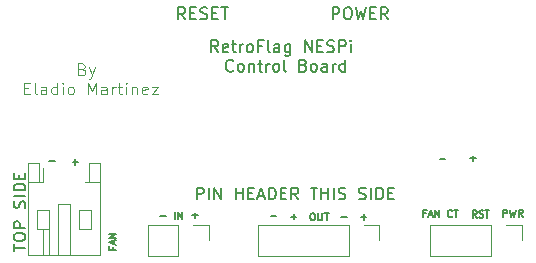
<source format=gto>
G04 #@! TF.FileFunction,Legend,Top*
%FSLAX46Y46*%
G04 Gerber Fmt 4.6, Leading zero omitted, Abs format (unit mm)*
G04 Created by KiCad (PCBNEW 4.0.7) date 12/05/17 12:39:38*
%MOMM*%
%LPD*%
G01*
G04 APERTURE LIST*
%ADD10C,0.127000*%
%ADD11C,0.120000*%
%ADD12C,0.150000*%
G04 APERTURE END LIST*
D10*
X150237276Y-100706181D02*
X150237276Y-99706181D01*
X150618229Y-99706181D01*
X150713467Y-99753800D01*
X150761086Y-99801419D01*
X150808705Y-99896657D01*
X150808705Y-100039514D01*
X150761086Y-100134752D01*
X150713467Y-100182371D01*
X150618229Y-100229990D01*
X150237276Y-100229990D01*
X151237276Y-100706181D02*
X151237276Y-99706181D01*
X151713466Y-100706181D02*
X151713466Y-99706181D01*
X152284895Y-100706181D01*
X152284895Y-99706181D01*
X153522990Y-100706181D02*
X153522990Y-99706181D01*
X153522990Y-100182371D02*
X154094419Y-100182371D01*
X154094419Y-100706181D02*
X154094419Y-99706181D01*
X154570609Y-100182371D02*
X154903943Y-100182371D01*
X155046800Y-100706181D02*
X154570609Y-100706181D01*
X154570609Y-99706181D01*
X155046800Y-99706181D01*
X155427752Y-100420467D02*
X155903943Y-100420467D01*
X155332514Y-100706181D02*
X155665847Y-99706181D01*
X155999181Y-100706181D01*
X156332514Y-100706181D02*
X156332514Y-99706181D01*
X156570609Y-99706181D01*
X156713467Y-99753800D01*
X156808705Y-99849038D01*
X156856324Y-99944276D01*
X156903943Y-100134752D01*
X156903943Y-100277610D01*
X156856324Y-100468086D01*
X156808705Y-100563324D01*
X156713467Y-100658562D01*
X156570609Y-100706181D01*
X156332514Y-100706181D01*
X157332514Y-100182371D02*
X157665848Y-100182371D01*
X157808705Y-100706181D02*
X157332514Y-100706181D01*
X157332514Y-99706181D01*
X157808705Y-99706181D01*
X158808705Y-100706181D02*
X158475371Y-100229990D01*
X158237276Y-100706181D02*
X158237276Y-99706181D01*
X158618229Y-99706181D01*
X158713467Y-99753800D01*
X158761086Y-99801419D01*
X158808705Y-99896657D01*
X158808705Y-100039514D01*
X158761086Y-100134752D01*
X158713467Y-100182371D01*
X158618229Y-100229990D01*
X158237276Y-100229990D01*
X159856324Y-99706181D02*
X160427753Y-99706181D01*
X160142038Y-100706181D02*
X160142038Y-99706181D01*
X160761086Y-100706181D02*
X160761086Y-99706181D01*
X160761086Y-100182371D02*
X161332515Y-100182371D01*
X161332515Y-100706181D02*
X161332515Y-99706181D01*
X161808705Y-100706181D02*
X161808705Y-99706181D01*
X162237276Y-100658562D02*
X162380133Y-100706181D01*
X162618229Y-100706181D01*
X162713467Y-100658562D01*
X162761086Y-100610943D01*
X162808705Y-100515705D01*
X162808705Y-100420467D01*
X162761086Y-100325229D01*
X162713467Y-100277610D01*
X162618229Y-100229990D01*
X162427752Y-100182371D01*
X162332514Y-100134752D01*
X162284895Y-100087133D01*
X162237276Y-99991895D01*
X162237276Y-99896657D01*
X162284895Y-99801419D01*
X162332514Y-99753800D01*
X162427752Y-99706181D01*
X162665848Y-99706181D01*
X162808705Y-99753800D01*
X163951562Y-100658562D02*
X164094419Y-100706181D01*
X164332515Y-100706181D01*
X164427753Y-100658562D01*
X164475372Y-100610943D01*
X164522991Y-100515705D01*
X164522991Y-100420467D01*
X164475372Y-100325229D01*
X164427753Y-100277610D01*
X164332515Y-100229990D01*
X164142038Y-100182371D01*
X164046800Y-100134752D01*
X163999181Y-100087133D01*
X163951562Y-99991895D01*
X163951562Y-99896657D01*
X163999181Y-99801419D01*
X164046800Y-99753800D01*
X164142038Y-99706181D01*
X164380134Y-99706181D01*
X164522991Y-99753800D01*
X164951562Y-100706181D02*
X164951562Y-99706181D01*
X165427752Y-100706181D02*
X165427752Y-99706181D01*
X165665847Y-99706181D01*
X165808705Y-99753800D01*
X165903943Y-99849038D01*
X165951562Y-99944276D01*
X165999181Y-100134752D01*
X165999181Y-100277610D01*
X165951562Y-100468086D01*
X165903943Y-100563324D01*
X165808705Y-100658562D01*
X165665847Y-100706181D01*
X165427752Y-100706181D01*
X166427752Y-100182371D02*
X166761086Y-100182371D01*
X166903943Y-100706181D02*
X166427752Y-100706181D01*
X166427752Y-99706181D01*
X166903943Y-99706181D01*
D11*
X140533524Y-89669571D02*
X140676381Y-89717190D01*
X140724000Y-89764810D01*
X140771619Y-89860048D01*
X140771619Y-90002905D01*
X140724000Y-90098143D01*
X140676381Y-90145762D01*
X140581143Y-90193381D01*
X140200190Y-90193381D01*
X140200190Y-89193381D01*
X140533524Y-89193381D01*
X140628762Y-89241000D01*
X140676381Y-89288619D01*
X140724000Y-89383857D01*
X140724000Y-89479095D01*
X140676381Y-89574333D01*
X140628762Y-89621952D01*
X140533524Y-89669571D01*
X140200190Y-89669571D01*
X141104952Y-89526714D02*
X141343047Y-90193381D01*
X141581143Y-89526714D02*
X141343047Y-90193381D01*
X141247809Y-90431476D01*
X141200190Y-90479095D01*
X141104952Y-90526714D01*
X135628761Y-91289571D02*
X135962095Y-91289571D01*
X136104952Y-91813381D02*
X135628761Y-91813381D01*
X135628761Y-90813381D01*
X136104952Y-90813381D01*
X136676380Y-91813381D02*
X136581142Y-91765762D01*
X136533523Y-91670524D01*
X136533523Y-90813381D01*
X137485905Y-91813381D02*
X137485905Y-91289571D01*
X137438286Y-91194333D01*
X137343048Y-91146714D01*
X137152571Y-91146714D01*
X137057333Y-91194333D01*
X137485905Y-91765762D02*
X137390667Y-91813381D01*
X137152571Y-91813381D01*
X137057333Y-91765762D01*
X137009714Y-91670524D01*
X137009714Y-91575286D01*
X137057333Y-91480048D01*
X137152571Y-91432429D01*
X137390667Y-91432429D01*
X137485905Y-91384810D01*
X138390667Y-91813381D02*
X138390667Y-90813381D01*
X138390667Y-91765762D02*
X138295429Y-91813381D01*
X138104952Y-91813381D01*
X138009714Y-91765762D01*
X137962095Y-91718143D01*
X137914476Y-91622905D01*
X137914476Y-91337190D01*
X137962095Y-91241952D01*
X138009714Y-91194333D01*
X138104952Y-91146714D01*
X138295429Y-91146714D01*
X138390667Y-91194333D01*
X138866857Y-91813381D02*
X138866857Y-91146714D01*
X138866857Y-90813381D02*
X138819238Y-90861000D01*
X138866857Y-90908619D01*
X138914476Y-90861000D01*
X138866857Y-90813381D01*
X138866857Y-90908619D01*
X139485904Y-91813381D02*
X139390666Y-91765762D01*
X139343047Y-91718143D01*
X139295428Y-91622905D01*
X139295428Y-91337190D01*
X139343047Y-91241952D01*
X139390666Y-91194333D01*
X139485904Y-91146714D01*
X139628762Y-91146714D01*
X139724000Y-91194333D01*
X139771619Y-91241952D01*
X139819238Y-91337190D01*
X139819238Y-91622905D01*
X139771619Y-91718143D01*
X139724000Y-91765762D01*
X139628762Y-91813381D01*
X139485904Y-91813381D01*
X141009714Y-91813381D02*
X141009714Y-90813381D01*
X141343048Y-91527667D01*
X141676381Y-90813381D01*
X141676381Y-91813381D01*
X142581143Y-91813381D02*
X142581143Y-91289571D01*
X142533524Y-91194333D01*
X142438286Y-91146714D01*
X142247809Y-91146714D01*
X142152571Y-91194333D01*
X142581143Y-91765762D02*
X142485905Y-91813381D01*
X142247809Y-91813381D01*
X142152571Y-91765762D01*
X142104952Y-91670524D01*
X142104952Y-91575286D01*
X142152571Y-91480048D01*
X142247809Y-91432429D01*
X142485905Y-91432429D01*
X142581143Y-91384810D01*
X143057333Y-91813381D02*
X143057333Y-91146714D01*
X143057333Y-91337190D02*
X143104952Y-91241952D01*
X143152571Y-91194333D01*
X143247809Y-91146714D01*
X143343048Y-91146714D01*
X143533524Y-91146714D02*
X143914476Y-91146714D01*
X143676381Y-90813381D02*
X143676381Y-91670524D01*
X143724000Y-91765762D01*
X143819238Y-91813381D01*
X143914476Y-91813381D01*
X144247810Y-91813381D02*
X144247810Y-91146714D01*
X144247810Y-90813381D02*
X144200191Y-90861000D01*
X144247810Y-90908619D01*
X144295429Y-90861000D01*
X144247810Y-90813381D01*
X144247810Y-90908619D01*
X144724000Y-91146714D02*
X144724000Y-91813381D01*
X144724000Y-91241952D02*
X144771619Y-91194333D01*
X144866857Y-91146714D01*
X145009715Y-91146714D01*
X145104953Y-91194333D01*
X145152572Y-91289571D01*
X145152572Y-91813381D01*
X146009715Y-91765762D02*
X145914477Y-91813381D01*
X145724000Y-91813381D01*
X145628762Y-91765762D01*
X145581143Y-91670524D01*
X145581143Y-91289571D01*
X145628762Y-91194333D01*
X145724000Y-91146714D01*
X145914477Y-91146714D01*
X146009715Y-91194333D01*
X146057334Y-91289571D01*
X146057334Y-91384810D01*
X145581143Y-91480048D01*
X146390667Y-91146714D02*
X146914477Y-91146714D01*
X146390667Y-91813381D01*
X146914477Y-91813381D01*
D10*
X159978801Y-101881029D02*
X160093087Y-101881029D01*
X160150229Y-101909600D01*
X160207372Y-101966743D01*
X160235944Y-102081029D01*
X160235944Y-102281029D01*
X160207372Y-102395314D01*
X160150229Y-102452457D01*
X160093087Y-102481029D01*
X159978801Y-102481029D01*
X159921658Y-102452457D01*
X159864515Y-102395314D01*
X159835944Y-102281029D01*
X159835944Y-102081029D01*
X159864515Y-101966743D01*
X159921658Y-101909600D01*
X159978801Y-101881029D01*
X160493086Y-101881029D02*
X160493086Y-102366743D01*
X160521658Y-102423886D01*
X160550229Y-102452457D01*
X160607372Y-102481029D01*
X160721658Y-102481029D01*
X160778800Y-102452457D01*
X160807372Y-102423886D01*
X160835943Y-102366743D01*
X160835943Y-101881029D01*
X161035943Y-101881029D02*
X161378800Y-101881029D01*
X161207371Y-102481029D02*
X161207371Y-101881029D01*
X134707381Y-105084143D02*
X134707381Y-104512714D01*
X135707381Y-104798429D02*
X134707381Y-104798429D01*
X134707381Y-103988905D02*
X134707381Y-103798428D01*
X134755000Y-103703190D01*
X134850238Y-103607952D01*
X135040714Y-103560333D01*
X135374048Y-103560333D01*
X135564524Y-103607952D01*
X135659762Y-103703190D01*
X135707381Y-103798428D01*
X135707381Y-103988905D01*
X135659762Y-104084143D01*
X135564524Y-104179381D01*
X135374048Y-104227000D01*
X135040714Y-104227000D01*
X134850238Y-104179381D01*
X134755000Y-104084143D01*
X134707381Y-103988905D01*
X135707381Y-103131762D02*
X134707381Y-103131762D01*
X134707381Y-102750809D01*
X134755000Y-102655571D01*
X134802619Y-102607952D01*
X134897857Y-102560333D01*
X135040714Y-102560333D01*
X135135952Y-102607952D01*
X135183571Y-102655571D01*
X135231190Y-102750809D01*
X135231190Y-103131762D01*
X135659762Y-101417476D02*
X135707381Y-101274619D01*
X135707381Y-101036523D01*
X135659762Y-100941285D01*
X135612143Y-100893666D01*
X135516905Y-100846047D01*
X135421667Y-100846047D01*
X135326429Y-100893666D01*
X135278810Y-100941285D01*
X135231190Y-101036523D01*
X135183571Y-101227000D01*
X135135952Y-101322238D01*
X135088333Y-101369857D01*
X134993095Y-101417476D01*
X134897857Y-101417476D01*
X134802619Y-101369857D01*
X134755000Y-101322238D01*
X134707381Y-101227000D01*
X134707381Y-100988904D01*
X134755000Y-100846047D01*
X135707381Y-100417476D02*
X134707381Y-100417476D01*
X135707381Y-99941286D02*
X134707381Y-99941286D01*
X134707381Y-99703191D01*
X134755000Y-99560333D01*
X134850238Y-99465095D01*
X134945476Y-99417476D01*
X135135952Y-99369857D01*
X135278810Y-99369857D01*
X135469286Y-99417476D01*
X135564524Y-99465095D01*
X135659762Y-99560333D01*
X135707381Y-99703191D01*
X135707381Y-99941286D01*
X135183571Y-98941286D02*
X135183571Y-98607952D01*
X135707381Y-98465095D02*
X135707381Y-98941286D01*
X134707381Y-98941286D01*
X134707381Y-98465095D01*
D12*
X152034954Y-88227661D02*
X151701620Y-87751470D01*
X151463525Y-88227661D02*
X151463525Y-87227661D01*
X151844478Y-87227661D01*
X151939716Y-87275280D01*
X151987335Y-87322899D01*
X152034954Y-87418137D01*
X152034954Y-87560994D01*
X151987335Y-87656232D01*
X151939716Y-87703851D01*
X151844478Y-87751470D01*
X151463525Y-87751470D01*
X152844478Y-88180042D02*
X152749240Y-88227661D01*
X152558763Y-88227661D01*
X152463525Y-88180042D01*
X152415906Y-88084804D01*
X152415906Y-87703851D01*
X152463525Y-87608613D01*
X152558763Y-87560994D01*
X152749240Y-87560994D01*
X152844478Y-87608613D01*
X152892097Y-87703851D01*
X152892097Y-87799090D01*
X152415906Y-87894328D01*
X153177811Y-87560994D02*
X153558763Y-87560994D01*
X153320668Y-87227661D02*
X153320668Y-88084804D01*
X153368287Y-88180042D01*
X153463525Y-88227661D01*
X153558763Y-88227661D01*
X153892097Y-88227661D02*
X153892097Y-87560994D01*
X153892097Y-87751470D02*
X153939716Y-87656232D01*
X153987335Y-87608613D01*
X154082573Y-87560994D01*
X154177812Y-87560994D01*
X154654002Y-88227661D02*
X154558764Y-88180042D01*
X154511145Y-88132423D01*
X154463526Y-88037185D01*
X154463526Y-87751470D01*
X154511145Y-87656232D01*
X154558764Y-87608613D01*
X154654002Y-87560994D01*
X154796860Y-87560994D01*
X154892098Y-87608613D01*
X154939717Y-87656232D01*
X154987336Y-87751470D01*
X154987336Y-88037185D01*
X154939717Y-88132423D01*
X154892098Y-88180042D01*
X154796860Y-88227661D01*
X154654002Y-88227661D01*
X155749241Y-87703851D02*
X155415907Y-87703851D01*
X155415907Y-88227661D02*
X155415907Y-87227661D01*
X155892098Y-87227661D01*
X156415907Y-88227661D02*
X156320669Y-88180042D01*
X156273050Y-88084804D01*
X156273050Y-87227661D01*
X157225432Y-88227661D02*
X157225432Y-87703851D01*
X157177813Y-87608613D01*
X157082575Y-87560994D01*
X156892098Y-87560994D01*
X156796860Y-87608613D01*
X157225432Y-88180042D02*
X157130194Y-88227661D01*
X156892098Y-88227661D01*
X156796860Y-88180042D01*
X156749241Y-88084804D01*
X156749241Y-87989566D01*
X156796860Y-87894328D01*
X156892098Y-87846709D01*
X157130194Y-87846709D01*
X157225432Y-87799090D01*
X158130194Y-87560994D02*
X158130194Y-88370518D01*
X158082575Y-88465756D01*
X158034956Y-88513375D01*
X157939717Y-88560994D01*
X157796860Y-88560994D01*
X157701622Y-88513375D01*
X158130194Y-88180042D02*
X158034956Y-88227661D01*
X157844479Y-88227661D01*
X157749241Y-88180042D01*
X157701622Y-88132423D01*
X157654003Y-88037185D01*
X157654003Y-87751470D01*
X157701622Y-87656232D01*
X157749241Y-87608613D01*
X157844479Y-87560994D01*
X158034956Y-87560994D01*
X158130194Y-87608613D01*
X159368289Y-88227661D02*
X159368289Y-87227661D01*
X159939718Y-88227661D01*
X159939718Y-87227661D01*
X160415908Y-87703851D02*
X160749242Y-87703851D01*
X160892099Y-88227661D02*
X160415908Y-88227661D01*
X160415908Y-87227661D01*
X160892099Y-87227661D01*
X161273051Y-88180042D02*
X161415908Y-88227661D01*
X161654004Y-88227661D01*
X161749242Y-88180042D01*
X161796861Y-88132423D01*
X161844480Y-88037185D01*
X161844480Y-87941947D01*
X161796861Y-87846709D01*
X161749242Y-87799090D01*
X161654004Y-87751470D01*
X161463527Y-87703851D01*
X161368289Y-87656232D01*
X161320670Y-87608613D01*
X161273051Y-87513375D01*
X161273051Y-87418137D01*
X161320670Y-87322899D01*
X161368289Y-87275280D01*
X161463527Y-87227661D01*
X161701623Y-87227661D01*
X161844480Y-87275280D01*
X162273051Y-88227661D02*
X162273051Y-87227661D01*
X162654004Y-87227661D01*
X162749242Y-87275280D01*
X162796861Y-87322899D01*
X162844480Y-87418137D01*
X162844480Y-87560994D01*
X162796861Y-87656232D01*
X162749242Y-87703851D01*
X162654004Y-87751470D01*
X162273051Y-87751470D01*
X163273051Y-88227661D02*
X163273051Y-87560994D01*
X163273051Y-87227661D02*
X163225432Y-87275280D01*
X163273051Y-87322899D01*
X163320670Y-87275280D01*
X163273051Y-87227661D01*
X163273051Y-87322899D01*
X153296858Y-89782423D02*
X153249239Y-89830042D01*
X153106382Y-89877661D01*
X153011144Y-89877661D01*
X152868286Y-89830042D01*
X152773048Y-89734804D01*
X152725429Y-89639566D01*
X152677810Y-89449090D01*
X152677810Y-89306232D01*
X152725429Y-89115756D01*
X152773048Y-89020518D01*
X152868286Y-88925280D01*
X153011144Y-88877661D01*
X153106382Y-88877661D01*
X153249239Y-88925280D01*
X153296858Y-88972899D01*
X153868286Y-89877661D02*
X153773048Y-89830042D01*
X153725429Y-89782423D01*
X153677810Y-89687185D01*
X153677810Y-89401470D01*
X153725429Y-89306232D01*
X153773048Y-89258613D01*
X153868286Y-89210994D01*
X154011144Y-89210994D01*
X154106382Y-89258613D01*
X154154001Y-89306232D01*
X154201620Y-89401470D01*
X154201620Y-89687185D01*
X154154001Y-89782423D01*
X154106382Y-89830042D01*
X154011144Y-89877661D01*
X153868286Y-89877661D01*
X154630191Y-89210994D02*
X154630191Y-89877661D01*
X154630191Y-89306232D02*
X154677810Y-89258613D01*
X154773048Y-89210994D01*
X154915906Y-89210994D01*
X155011144Y-89258613D01*
X155058763Y-89353851D01*
X155058763Y-89877661D01*
X155392096Y-89210994D02*
X155773048Y-89210994D01*
X155534953Y-88877661D02*
X155534953Y-89734804D01*
X155582572Y-89830042D01*
X155677810Y-89877661D01*
X155773048Y-89877661D01*
X156106382Y-89877661D02*
X156106382Y-89210994D01*
X156106382Y-89401470D02*
X156154001Y-89306232D01*
X156201620Y-89258613D01*
X156296858Y-89210994D01*
X156392097Y-89210994D01*
X156868287Y-89877661D02*
X156773049Y-89830042D01*
X156725430Y-89782423D01*
X156677811Y-89687185D01*
X156677811Y-89401470D01*
X156725430Y-89306232D01*
X156773049Y-89258613D01*
X156868287Y-89210994D01*
X157011145Y-89210994D01*
X157106383Y-89258613D01*
X157154002Y-89306232D01*
X157201621Y-89401470D01*
X157201621Y-89687185D01*
X157154002Y-89782423D01*
X157106383Y-89830042D01*
X157011145Y-89877661D01*
X156868287Y-89877661D01*
X157773049Y-89877661D02*
X157677811Y-89830042D01*
X157630192Y-89734804D01*
X157630192Y-88877661D01*
X159249241Y-89353851D02*
X159392098Y-89401470D01*
X159439717Y-89449090D01*
X159487336Y-89544328D01*
X159487336Y-89687185D01*
X159439717Y-89782423D01*
X159392098Y-89830042D01*
X159296860Y-89877661D01*
X158915907Y-89877661D01*
X158915907Y-88877661D01*
X159249241Y-88877661D01*
X159344479Y-88925280D01*
X159392098Y-88972899D01*
X159439717Y-89068137D01*
X159439717Y-89163375D01*
X159392098Y-89258613D01*
X159344479Y-89306232D01*
X159249241Y-89353851D01*
X158915907Y-89353851D01*
X160058764Y-89877661D02*
X159963526Y-89830042D01*
X159915907Y-89782423D01*
X159868288Y-89687185D01*
X159868288Y-89401470D01*
X159915907Y-89306232D01*
X159963526Y-89258613D01*
X160058764Y-89210994D01*
X160201622Y-89210994D01*
X160296860Y-89258613D01*
X160344479Y-89306232D01*
X160392098Y-89401470D01*
X160392098Y-89687185D01*
X160344479Y-89782423D01*
X160296860Y-89830042D01*
X160201622Y-89877661D01*
X160058764Y-89877661D01*
X161249241Y-89877661D02*
X161249241Y-89353851D01*
X161201622Y-89258613D01*
X161106384Y-89210994D01*
X160915907Y-89210994D01*
X160820669Y-89258613D01*
X161249241Y-89830042D02*
X161154003Y-89877661D01*
X160915907Y-89877661D01*
X160820669Y-89830042D01*
X160773050Y-89734804D01*
X160773050Y-89639566D01*
X160820669Y-89544328D01*
X160915907Y-89496709D01*
X161154003Y-89496709D01*
X161249241Y-89449090D01*
X161725431Y-89877661D02*
X161725431Y-89210994D01*
X161725431Y-89401470D02*
X161773050Y-89306232D01*
X161820669Y-89258613D01*
X161915907Y-89210994D01*
X162011146Y-89210994D01*
X162773051Y-89877661D02*
X162773051Y-88877661D01*
X162773051Y-89830042D02*
X162677813Y-89877661D01*
X162487336Y-89877661D01*
X162392098Y-89830042D01*
X162344479Y-89782423D01*
X162296860Y-89687185D01*
X162296860Y-89401470D01*
X162344479Y-89306232D01*
X162392098Y-89258613D01*
X162487336Y-89210994D01*
X162677813Y-89210994D01*
X162773051Y-89258613D01*
D10*
X143091223Y-104773034D02*
X143091223Y-104973034D01*
X143405509Y-104973034D02*
X142805509Y-104973034D01*
X142805509Y-104687320D01*
X143234080Y-104487319D02*
X143234080Y-104201605D01*
X143405509Y-104544462D02*
X142805509Y-104344462D01*
X143405509Y-104144462D01*
X143405509Y-103944462D02*
X142805509Y-103944462D01*
X143405509Y-103601605D01*
X142805509Y-103601605D01*
X148339215Y-102366729D02*
X148339215Y-101766729D01*
X148624929Y-102366729D02*
X148624929Y-101766729D01*
X148967786Y-102366729D01*
X148967786Y-101766729D01*
X176182120Y-102160989D02*
X176182120Y-101560989D01*
X176410692Y-101560989D01*
X176467834Y-101589560D01*
X176496406Y-101618131D01*
X176524977Y-101675274D01*
X176524977Y-101760989D01*
X176496406Y-101818131D01*
X176467834Y-101846703D01*
X176410692Y-101875274D01*
X176182120Y-101875274D01*
X176724977Y-101560989D02*
X176867834Y-102160989D01*
X176982120Y-101732417D01*
X177096406Y-102160989D01*
X177239263Y-101560989D01*
X177810691Y-102160989D02*
X177610691Y-101875274D01*
X177467834Y-102160989D02*
X177467834Y-101560989D01*
X177696406Y-101560989D01*
X177753548Y-101589560D01*
X177782120Y-101618131D01*
X177810691Y-101675274D01*
X177810691Y-101760989D01*
X177782120Y-101818131D01*
X177753548Y-101846703D01*
X177696406Y-101875274D01*
X177467834Y-101875274D01*
X173920508Y-102237189D02*
X173720508Y-101951474D01*
X173577651Y-102237189D02*
X173577651Y-101637189D01*
X173806223Y-101637189D01*
X173863365Y-101665760D01*
X173891937Y-101694331D01*
X173920508Y-101751474D01*
X173920508Y-101837189D01*
X173891937Y-101894331D01*
X173863365Y-101922903D01*
X173806223Y-101951474D01*
X173577651Y-101951474D01*
X174149080Y-102208617D02*
X174234794Y-102237189D01*
X174377651Y-102237189D01*
X174434794Y-102208617D01*
X174463365Y-102180046D01*
X174491937Y-102122903D01*
X174491937Y-102065760D01*
X174463365Y-102008617D01*
X174434794Y-101980046D01*
X174377651Y-101951474D01*
X174263365Y-101922903D01*
X174206223Y-101894331D01*
X174177651Y-101865760D01*
X174149080Y-101808617D01*
X174149080Y-101751474D01*
X174177651Y-101694331D01*
X174206223Y-101665760D01*
X174263365Y-101637189D01*
X174406223Y-101637189D01*
X174491937Y-101665760D01*
X174663366Y-101637189D02*
X175006223Y-101637189D01*
X174834794Y-102237189D02*
X174834794Y-101637189D01*
X169592463Y-101877183D02*
X169392463Y-101877183D01*
X169392463Y-102191469D02*
X169392463Y-101591469D01*
X169678177Y-101591469D01*
X169878178Y-102020040D02*
X170163892Y-102020040D01*
X169821035Y-102191469D02*
X170021035Y-101591469D01*
X170221035Y-102191469D01*
X170421035Y-102191469D02*
X170421035Y-101591469D01*
X170763892Y-102191469D01*
X170763892Y-101591469D01*
X171849606Y-102134326D02*
X171821035Y-102162897D01*
X171735321Y-102191469D01*
X171678178Y-102191469D01*
X171592463Y-102162897D01*
X171535321Y-102105754D01*
X171506749Y-102048611D01*
X171478178Y-101934326D01*
X171478178Y-101848611D01*
X171506749Y-101734326D01*
X171535321Y-101677183D01*
X171592463Y-101620040D01*
X171678178Y-101591469D01*
X171735321Y-101591469D01*
X171821035Y-101620040D01*
X171849606Y-101648611D01*
X172021035Y-101591469D02*
X172363892Y-101591469D01*
X172192463Y-102191469D02*
X172192463Y-101591469D01*
X162458429Y-102150857D02*
X162915572Y-102150857D01*
X164134829Y-102176257D02*
X164591972Y-102176257D01*
X164363401Y-102404829D02*
X164363401Y-101947686D01*
X158191229Y-102150857D02*
X158648372Y-102150857D01*
X158419801Y-102379429D02*
X158419801Y-101922286D01*
X156514829Y-102112757D02*
X156971972Y-102112757D01*
X149860029Y-102049257D02*
X150317172Y-102049257D01*
X150088601Y-102277829D02*
X150088601Y-101820686D01*
X147142229Y-102074657D02*
X147599372Y-102074657D01*
D12*
X161723676Y-85440781D02*
X161723676Y-84440781D01*
X162104629Y-84440781D01*
X162199867Y-84488400D01*
X162247486Y-84536019D01*
X162295105Y-84631257D01*
X162295105Y-84774114D01*
X162247486Y-84869352D01*
X162199867Y-84916971D01*
X162104629Y-84964590D01*
X161723676Y-84964590D01*
X162914152Y-84440781D02*
X163104629Y-84440781D01*
X163199867Y-84488400D01*
X163295105Y-84583638D01*
X163342724Y-84774114D01*
X163342724Y-85107448D01*
X163295105Y-85297924D01*
X163199867Y-85393162D01*
X163104629Y-85440781D01*
X162914152Y-85440781D01*
X162818914Y-85393162D01*
X162723676Y-85297924D01*
X162676057Y-85107448D01*
X162676057Y-84774114D01*
X162723676Y-84583638D01*
X162818914Y-84488400D01*
X162914152Y-84440781D01*
X163676057Y-84440781D02*
X163914152Y-85440781D01*
X164104629Y-84726495D01*
X164295105Y-85440781D01*
X164533200Y-84440781D01*
X164914152Y-84916971D02*
X165247486Y-84916971D01*
X165390343Y-85440781D02*
X164914152Y-85440781D01*
X164914152Y-84440781D01*
X165390343Y-84440781D01*
X166390343Y-85440781D02*
X166057009Y-84964590D01*
X165818914Y-85440781D02*
X165818914Y-84440781D01*
X166199867Y-84440781D01*
X166295105Y-84488400D01*
X166342724Y-84536019D01*
X166390343Y-84631257D01*
X166390343Y-84774114D01*
X166342724Y-84869352D01*
X166295105Y-84916971D01*
X166199867Y-84964590D01*
X165818914Y-84964590D01*
X149245819Y-85440781D02*
X148912485Y-84964590D01*
X148674390Y-85440781D02*
X148674390Y-84440781D01*
X149055343Y-84440781D01*
X149150581Y-84488400D01*
X149198200Y-84536019D01*
X149245819Y-84631257D01*
X149245819Y-84774114D01*
X149198200Y-84869352D01*
X149150581Y-84916971D01*
X149055343Y-84964590D01*
X148674390Y-84964590D01*
X149674390Y-84916971D02*
X150007724Y-84916971D01*
X150150581Y-85440781D02*
X149674390Y-85440781D01*
X149674390Y-84440781D01*
X150150581Y-84440781D01*
X150531533Y-85393162D02*
X150674390Y-85440781D01*
X150912486Y-85440781D01*
X151007724Y-85393162D01*
X151055343Y-85345543D01*
X151102962Y-85250305D01*
X151102962Y-85155067D01*
X151055343Y-85059829D01*
X151007724Y-85012210D01*
X150912486Y-84964590D01*
X150722009Y-84916971D01*
X150626771Y-84869352D01*
X150579152Y-84821733D01*
X150531533Y-84726495D01*
X150531533Y-84631257D01*
X150579152Y-84536019D01*
X150626771Y-84488400D01*
X150722009Y-84440781D01*
X150960105Y-84440781D01*
X151102962Y-84488400D01*
X151531533Y-84916971D02*
X151864867Y-84916971D01*
X152007724Y-85440781D02*
X151531533Y-85440781D01*
X151531533Y-84440781D01*
X152007724Y-84440781D01*
X152293438Y-84440781D02*
X152864867Y-84440781D01*
X152579152Y-85440781D02*
X152579152Y-84440781D01*
D10*
X171246771Y-97248657D02*
X170789628Y-97248657D01*
X173837571Y-97223257D02*
X173380428Y-97223257D01*
X173608999Y-97451829D02*
X173608999Y-96994686D01*
X139725429Y-97528057D02*
X140182572Y-97528057D01*
X139954001Y-97756629D02*
X139954001Y-97299486D01*
X137744229Y-97477257D02*
X138201372Y-97477257D01*
D11*
X146066000Y-102835000D02*
X146066000Y-105495000D01*
X148666000Y-102835000D02*
X146066000Y-102835000D01*
X148666000Y-105495000D02*
X146066000Y-105495000D01*
X148666000Y-102835000D02*
X148666000Y-105495000D01*
X149936000Y-102835000D02*
X151266000Y-102835000D01*
X151266000Y-102835000D02*
X151266000Y-104165000D01*
X155413000Y-102835000D02*
X155413000Y-105495000D01*
X163093000Y-102835000D02*
X155413000Y-102835000D01*
X163093000Y-105495000D02*
X155413000Y-105495000D01*
X163093000Y-102835000D02*
X163093000Y-105495000D01*
X164363000Y-102835000D02*
X165693000Y-102835000D01*
X165693000Y-102835000D02*
X165693000Y-104165000D01*
X169993000Y-102835000D02*
X169993000Y-105495000D01*
X175133000Y-102835000D02*
X169993000Y-102835000D01*
X175133000Y-105495000D02*
X169993000Y-105495000D01*
X175133000Y-102835000D02*
X175133000Y-105495000D01*
X176403000Y-102835000D02*
X177733000Y-102835000D01*
X177733000Y-102835000D02*
X177733000Y-104165000D01*
X138473000Y-105448100D02*
X138473000Y-101098100D01*
X138473000Y-101098100D02*
X139473000Y-101098100D01*
X139473000Y-101098100D02*
X139473000Y-105448100D01*
X137173000Y-99248100D02*
X136823000Y-99248100D01*
X136823000Y-99248100D02*
X136823000Y-97648100D01*
X136823000Y-97648100D02*
X135923000Y-97648100D01*
X135923000Y-97648100D02*
X135923000Y-105448100D01*
X135923000Y-105448100D02*
X142023000Y-105448100D01*
X142023000Y-105448100D02*
X142023000Y-97648100D01*
X142023000Y-97648100D02*
X141123000Y-97648100D01*
X141123000Y-97648100D02*
X141123000Y-99248100D01*
X141123000Y-99248100D02*
X140773000Y-99248100D01*
X135923000Y-99248100D02*
X136823000Y-99248100D01*
X142023000Y-99248100D02*
X141123000Y-99248100D01*
X136673000Y-101598100D02*
X136673000Y-103198100D01*
X136673000Y-103198100D02*
X137673000Y-103198100D01*
X137673000Y-103198100D02*
X137673000Y-101598100D01*
X137673000Y-101598100D02*
X136673000Y-101598100D01*
X141273000Y-101598100D02*
X141273000Y-103198100D01*
X141273000Y-103198100D02*
X140273000Y-103198100D01*
X140273000Y-103198100D02*
X140273000Y-101598100D01*
X140273000Y-101598100D02*
X141273000Y-101598100D01*
X137673000Y-103198100D02*
X137673000Y-105448100D01*
X137173000Y-103198100D02*
X137173000Y-105448100D01*
X137173000Y-99248100D02*
X137173000Y-98048100D01*
M02*

</source>
